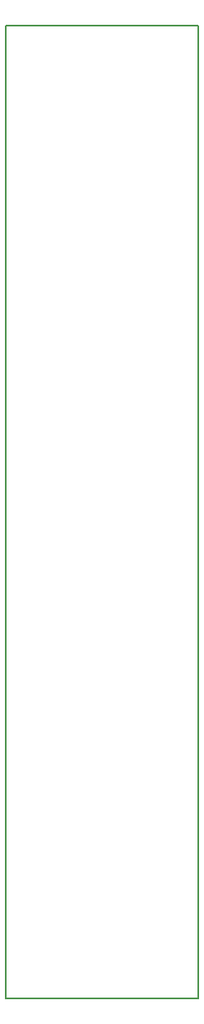
<source format=gm1>
G04 MADE WITH FRITZING*
G04 WWW.FRITZING.ORG*
G04 DOUBLE SIDED*
G04 HOLES PLATED*
G04 CONTOUR ON CENTER OF CONTOUR VECTOR*
%ASAXBY*%
%FSLAX23Y23*%
%MOIN*%
%OFA0B0*%
%SFA1.0B1.0*%
%ADD10R,0.787402X3.937010*%
%ADD11C,0.008000*%
%ADD10C,0.008*%
%LNCONTOUR*%
G90*
G70*
G54D10*
G54D11*
X4Y3933D02*
X783Y3933D01*
X783Y4D01*
X4Y4D01*
X4Y3933D01*
D02*
G04 End of contour*
M02*
</source>
